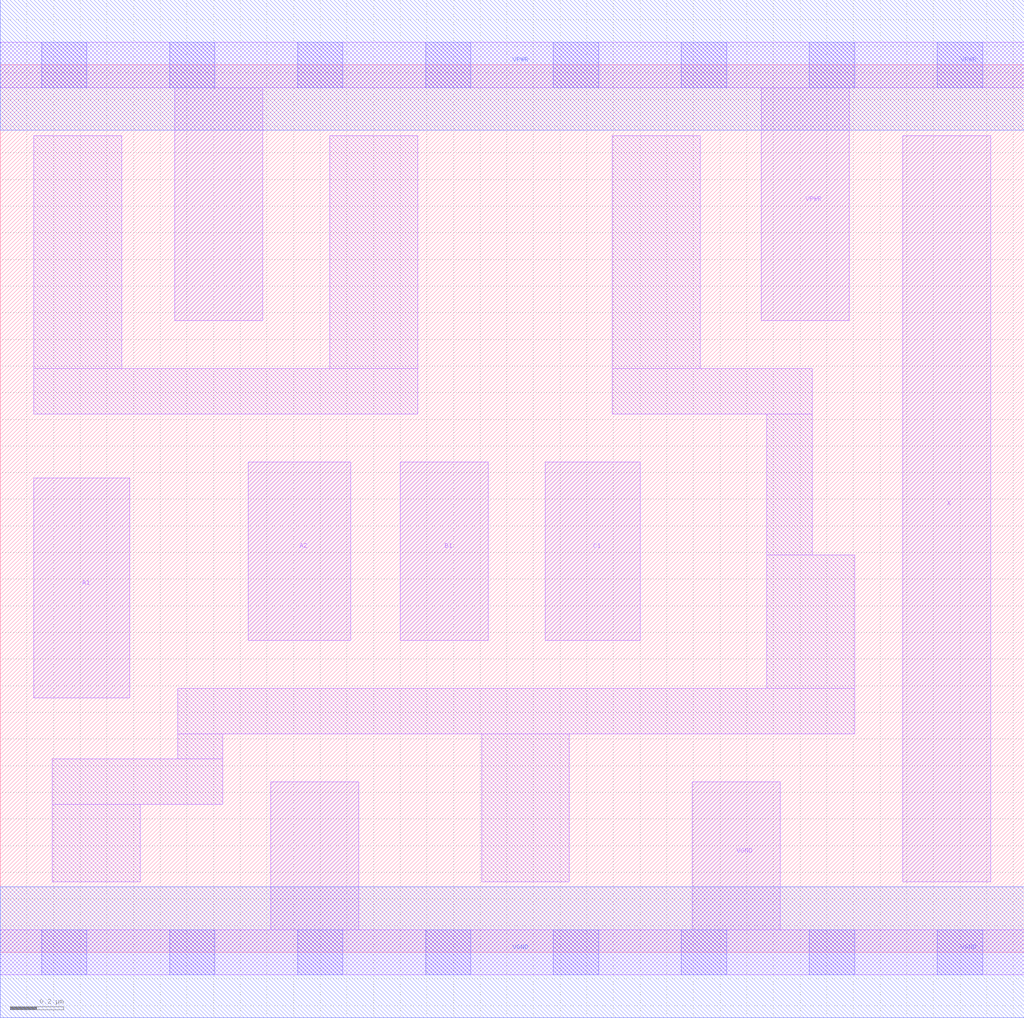
<source format=lef>
# Copyright 2020 The SkyWater PDK Authors
#
# Licensed under the Apache License, Version 2.0 (the "License");
# you may not use this file except in compliance with the License.
# You may obtain a copy of the License at
#
#     https://www.apache.org/licenses/LICENSE-2.0
#
# Unless required by applicable law or agreed to in writing, software
# distributed under the License is distributed on an "AS IS" BASIS,
# WITHOUT WARRANTIES OR CONDITIONS OF ANY KIND, either express or implied.
# See the License for the specific language governing permissions and
# limitations under the License.
#
# SPDX-License-Identifier: Apache-2.0

VERSION 5.7 ;
  NAMESCASESENSITIVE ON ;
  NOWIREEXTENSIONATPIN ON ;
  DIVIDERCHAR "/" ;
  BUSBITCHARS "[]" ;
UNITS
  DATABASE MICRONS 200 ;
END UNITS
MACRO sky130_fd_sc_lp__a211o_lp
  CLASS CORE ;
  SOURCE USER ;
  FOREIGN sky130_fd_sc_lp__a211o_lp ;
  ORIGIN  0.000000  0.000000 ;
  SIZE  3.840000 BY  3.330000 ;
  SYMMETRY X Y R90 ;
  SITE unit ;
  PIN A1
    ANTENNAGATEAREA  0.313000 ;
    DIRECTION INPUT ;
    USE SIGNAL ;
    PORT
      LAYER li1 ;
        RECT 0.125000 0.955000 0.485000 1.780000 ;
    END
  END A1
  PIN A2
    ANTENNAGATEAREA  0.313000 ;
    DIRECTION INPUT ;
    USE SIGNAL ;
    PORT
      LAYER li1 ;
        RECT 0.930000 1.170000 1.315000 1.840000 ;
    END
  END A2
  PIN B1
    ANTENNAGATEAREA  0.376000 ;
    DIRECTION INPUT ;
    USE SIGNAL ;
    PORT
      LAYER li1 ;
        RECT 1.500000 1.170000 1.830000 1.840000 ;
    END
  END B1
  PIN C1
    ANTENNAGATEAREA  0.376000 ;
    DIRECTION INPUT ;
    USE SIGNAL ;
    PORT
      LAYER li1 ;
        RECT 2.045000 1.170000 2.400000 1.840000 ;
    END
  END C1
  PIN X
    ANTENNADIFFAREA  0.404700 ;
    DIRECTION OUTPUT ;
    USE SIGNAL ;
    PORT
      LAYER li1 ;
        RECT 3.385000 0.265000 3.715000 3.065000 ;
    END
  END X
  PIN VGND
    DIRECTION INOUT ;
    USE GROUND ;
    PORT
      LAYER li1 ;
        RECT 0.000000 -0.085000 3.840000 0.085000 ;
        RECT 1.015000  0.085000 1.345000 0.640000 ;
        RECT 2.595000  0.085000 2.925000 0.640000 ;
      LAYER mcon ;
        RECT 0.155000 -0.085000 0.325000 0.085000 ;
        RECT 0.635000 -0.085000 0.805000 0.085000 ;
        RECT 1.115000 -0.085000 1.285000 0.085000 ;
        RECT 1.595000 -0.085000 1.765000 0.085000 ;
        RECT 2.075000 -0.085000 2.245000 0.085000 ;
        RECT 2.555000 -0.085000 2.725000 0.085000 ;
        RECT 3.035000 -0.085000 3.205000 0.085000 ;
        RECT 3.515000 -0.085000 3.685000 0.085000 ;
      LAYER met1 ;
        RECT 0.000000 -0.245000 3.840000 0.245000 ;
    END
  END VGND
  PIN VPWR
    DIRECTION INOUT ;
    USE POWER ;
    PORT
      LAYER li1 ;
        RECT 0.000000 3.245000 3.840000 3.415000 ;
        RECT 0.655000 2.370000 0.985000 3.245000 ;
        RECT 2.855000 2.370000 3.185000 3.245000 ;
      LAYER mcon ;
        RECT 0.155000 3.245000 0.325000 3.415000 ;
        RECT 0.635000 3.245000 0.805000 3.415000 ;
        RECT 1.115000 3.245000 1.285000 3.415000 ;
        RECT 1.595000 3.245000 1.765000 3.415000 ;
        RECT 2.075000 3.245000 2.245000 3.415000 ;
        RECT 2.555000 3.245000 2.725000 3.415000 ;
        RECT 3.035000 3.245000 3.205000 3.415000 ;
        RECT 3.515000 3.245000 3.685000 3.415000 ;
      LAYER met1 ;
        RECT 0.000000 3.085000 3.840000 3.575000 ;
    END
  END VPWR
  OBS
    LAYER li1 ;
      RECT 0.125000 2.020000 1.565000 2.190000 ;
      RECT 0.125000 2.190000 0.455000 3.065000 ;
      RECT 0.195000 0.265000 0.525000 0.555000 ;
      RECT 0.195000 0.555000 0.835000 0.725000 ;
      RECT 0.665000 0.725000 0.835000 0.820000 ;
      RECT 0.665000 0.820000 3.205000 0.990000 ;
      RECT 1.235000 2.190000 1.565000 3.065000 ;
      RECT 1.805000 0.265000 2.135000 0.820000 ;
      RECT 2.295000 2.020000 3.045000 2.190000 ;
      RECT 2.295000 2.190000 2.625000 3.065000 ;
      RECT 2.875000 0.990000 3.205000 1.490000 ;
      RECT 2.875000 1.490000 3.045000 2.020000 ;
  END
END sky130_fd_sc_lp__a211o_lp

</source>
